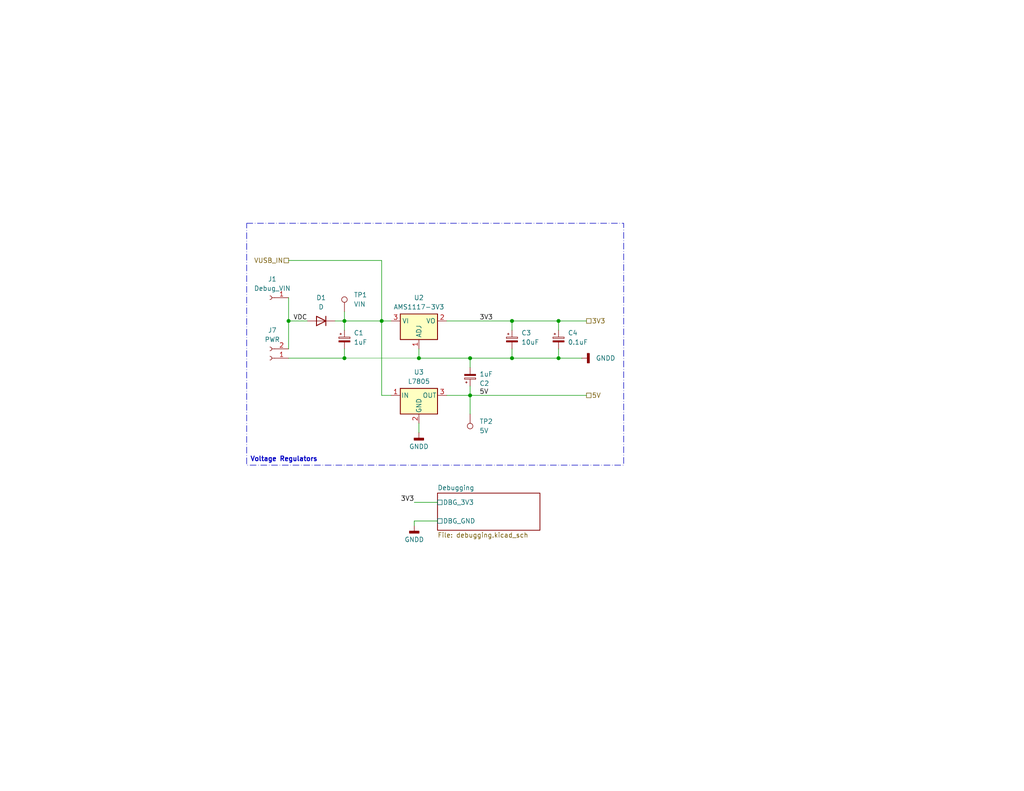
<source format=kicad_sch>
(kicad_sch (version 20231120) (generator "eeschema") (generator_version "8.0")
  (paper "USLetter")
  (title_block (title "ESP32-C3 Breadboard Adapter."))
  (lib_symbols
    (symbol "Alexander KiCad Libraries:AMS1117-3V3" (exclude_from_sim yes)
      (property "Reference" "U" (at 0 -0.254 0))
      (property "Value" "AMS1117-3V3" (at -0.508 1.778 0))
      (symbol "AMS1117-3V3_0_1"
        (rectangle (start -5.08 -8.89) (end 5.08 -1.905) (stroke (width 0.254)) (fill (type background)))
      )
      (symbol "AMS1117-3V3_1_1"
        (pin power_out line (at 0 -11.43 90) (length 2.54) (name "ADJ") (number "1"))
        (pin power_out line (at 7.62 -3.81 180) (length 2.54) (name "VO") (number "2"))
        (pin power_in line (at -7.62 -3.81 0) (length 2.54) (name "VI") (number "3"))
      )
    )
    (symbol "Connector:Conn_01x01_Socket" (pin_names (offset 1.016) hide)
      (property "Reference" "J" (at 0 2.54 0))
      (property "Value" "Conn_01x01_Socket" (at 0 -2.54 0))
      (symbol "Conn_01x01_Socket_1_1"
        (polyline (pts (xy -1.27 0) (xy -0.508 0)) (stroke (width 0.1524)))
        (arc (start 0 0.508) (mid -0.5058 0) (end 0 -0.508) (stroke (width 0.1524)))
        (pin passive line (at -5.08 0 0) (length 3.81) (name "Pin_1") (number "1"))
      )
    )
    (symbol "Connector:Conn_01x02_Socket" (pin_names (offset 1.016) hide)
      (property "Reference" "J" (at 0 2.54 0))
      (property "Value" "Conn_01x02_Socket" (at 0 -5.08 0))
      (symbol "Conn_01x02_Socket_1_1"
        (arc (start 0 -2.032) (mid -0.5058 -2.54) (end 0 -3.048) (stroke (width 0.1524)))
        (polyline (pts (xy -1.27 -2.54) (xy -0.508 -2.54)) (stroke (width 0.1524)))
        (polyline (pts (xy -1.27 0) (xy -0.508 0)) (stroke (width 0.1524)))
        (arc (start 0 0.508) (mid -0.5058 0) (end 0 -0.508) (stroke (width 0.1524)))
        (pin passive line (at -5.08 0 0) (length 3.81) (name "Pin_1") (number "1"))
        (pin passive line (at -5.08 -2.54 0) (length 3.81) (name "Pin_2") (number "2"))
      )
    )
    (symbol "Connector:TestPoint" (pin_numbers hide) (pin_names (offset 0.762) hide)
      (property "Reference" "TP" (at 0 6.858 0))
      (property "Value" "TestPoint" (at 0 5.08 0))
      (symbol "TestPoint_0_1"
        (circle (center 0 3.302) (radius 0.762))
      )
      (symbol "TestPoint_1_1"
        (pin passive line (at 0 0 90) (length 2.54) (name "1") (number "1"))
      )
    )
    (symbol "Device:C_Polarized_Small" (pin_numbers hide) (pin_names (offset 0.254) hide)
      (property "Reference" "C" (at 0.254 1.778 0))
      (property "Value" "C_Polarized_Small" (at 0.254 -2.032 0))
      (symbol "C_Polarized_Small_0_1"
        (rectangle (start -1.524 -0.3048) (end 1.524 -0.6858) (fill (type outline)))
        (rectangle (start -1.524 0.6858) (end 1.524 0.3048))
        (polyline (pts (xy -1.27 1.524) (xy -0.762 1.524)))
        (polyline (pts (xy -1.016 1.27) (xy -1.016 1.778)))
      )
      (symbol "C_Polarized_Small_1_1"
        (pin passive line (at 0 2.54 270) (length 1.8542) (name "~") (number "1"))
        (pin passive line (at 0 -2.54 90) (length 1.8542) (name "~") (number "2"))
      )
    )
    (symbol "Device:D" (pin_numbers hide) (pin_names (offset 1.016) hide)
      (property "Reference" "D" (at 0 2.54 0))
      (property "Value" "D" (at 0 -2.54 0))
      (symbol "D_0_1"
        (polyline (pts (xy -1.27 1.27) (xy -1.27 -1.27)) (stroke (width 0.254)))
        (polyline (pts (xy 1.27 0) (xy -1.27 0)))
        (polyline (pts (xy 1.27 1.27) (xy 1.27 -1.27) (xy -1.27 0) (xy 1.27 1.27)) (stroke (width 0.254)))
      )
      (symbol "D_1_1"
        (pin passive line (at -3.81 0 0) (length 2.54) (name "K") (number "1"))
        (pin passive line (at 3.81 0 180) (length 2.54) (name "A") (number "2"))
      )
    )
    (symbol "Regulator_Linear:L7805" (pin_names (offset 0.254))
      (property "Reference" "U4" (at 0 6.35 0))
      (property "Value" "L7805" (at 0 3.81 0))
      (symbol "L7805_0_1"
        (rectangle (start -5.08 1.905) (end 5.08 -5.08) (stroke (width 0.254)) (fill (type background)))
      )
      (symbol "L7805_1_1"
        (pin power_in line (at -7.62 0 0) (length 2.54) (name "IN") (number "1"))
        (pin power_in line (at 0 -7.62 90) (length 2.54) (name "GND") (number "2"))
        (pin power_out line (at 7.62 0 180) (length 2.54) (name "OUT") (number "3"))
      )
    )
    (symbol "power:GNDD" (power) (pin_numbers hide) (pin_names (offset 0) hide)
      (property "Value" "GNDD" (at 0 -3.175 0))
      (symbol "GNDD_0_1"
        (rectangle (start -1.27 -1.524) (end 1.27 -2.032) (stroke (width 0.254)) (fill (type outline)))
        (polyline (pts (xy 0 0) (xy 0 -1.524)))
      )
      (symbol "GNDD_1_1"
        (pin power_in line (at 0 0 270) (length 0) (name "~") (number "1"))
      )
    )
  )
  (junction (at 139.7 87.63))
  (junction (at 152.4 97.79))
  (junction (at 152.4 87.63))
  (junction (at 114.3 97.79))
  (junction (at 128.27 97.79))
  (junction (at 104.14 87.63))
  (junction (at 139.7 97.79))
  (junction (at 128.27 107.95))
  (junction (at 78.74 87.63))
  (junction (at 93.98 97.79))
  (junction (at 93.98 87.63))
  (wire (pts (xy 119.38 142.24) (xy 113.03 142.24)))
  (wire (pts (xy 104.14 87.63) (xy 106.68 87.63)))
  (wire (pts (xy 139.7 95.25) (xy 139.7 97.79)))
  (wire (pts (xy 139.7 87.63) (xy 152.4 87.63)))
  (wire (pts (xy 152.4 87.63) (xy 160.02 87.63)))
  (wire (pts (xy 114.3 115.57) (xy 114.3 118.11)))
  (wire (pts (xy 139.7 87.63) (xy 139.7 90.17)))
  (wire (pts (xy 114.3 95.25) (xy 114.3 97.79)))
  (wire (pts (xy 78.74 71.12) (xy 104.14 71.12)))
  (wire (pts (xy 121.92 87.63) (xy 139.7 87.63)))
  (wire (pts (xy 78.74 87.63) (xy 83.82 87.63)))
  (wire (pts (xy 93.98 85.09) (xy 93.98 87.63)))
  (wire (pts (xy 113.03 137.16) (xy 119.38 137.16)))
  (wire (pts (xy 152.4 97.79) (xy 158.75 97.79)))
  (wire (pts (xy 104.14 71.12) (xy 104.14 87.63)))
  (wire (pts (xy 139.7 97.79) (xy 152.4 97.79)))
  (wire (pts (xy 91.44 87.63) (xy 93.98 87.63)))
  (wire (pts (xy 121.92 107.95) (xy 128.27 107.95)))
  (wire (pts (xy 128.27 107.95) (xy 160.02 107.95)))
  (wire (pts (xy 113.03 142.24) (xy 113.03 143.51)))
  (wire (pts (xy 128.27 97.79) (xy 139.7 97.79)))
  (wire (pts (xy 78.74 87.63) (xy 78.74 95.25)))
  (wire (pts (xy 78.74 97.79) (xy 93.98 97.79)))
  (wire (pts (xy 104.14 87.63) (xy 104.14 107.95)))
  (wire (pts (xy 93.98 87.63) (xy 104.14 87.63)))
  (wire (pts (xy 93.98 95.25) (xy 93.98 97.79)))
  (wire (pts (xy 152.4 87.63) (xy 152.4 90.17)))
  (wire (pts (xy 128.27 97.79) (xy 128.27 100.33)))
  (wire (pts (xy 93.98 97.79) (xy 114.3 97.79)) (stroke (width 0.0254)))
  (wire (pts (xy 93.98 87.63) (xy 93.98 90.17)))
  (wire (pts (xy 128.27 107.95) (xy 128.27 113.03)))
  (wire (pts (xy 78.74 81.28) (xy 78.74 87.63)))
  (wire (pts (xy 114.3 97.79) (xy 128.27 97.79)))
  (wire (pts (xy 106.68 107.95) (xy 104.14 107.95)))
  (wire (pts (xy 128.27 105.41) (xy 128.27 107.95)))
  (wire (pts (xy 152.4 95.25) (xy 152.4 97.79)))
  (rectangle (start 67.31 60.96) (end 170.18 127) (stroke (width 0) (type dash_dot)))
  (text "Voltage Regulators" (at 77.47 124.714 0) (effects (font (size 1.27 1.27) (thickness 0.254) (bold yes)) (justify top)))
  (label "VDC" (at 80.01 87.63 0))
  (label "3V3" (at 130.81 87.63 0))
  (label "5V" (at 130.81 107.95 0))
  (label "3V3" (at 113.03 137.16 180))
  (hierarchical_label "5V" (shape passive) (at 160.02 107.95 0))
  (hierarchical_label "VUSB_IN" (shape passive) (at 78.74 71.12 180))
  (hierarchical_label "3V3" (shape passive) (at 160.02 87.63 0))
  (symbol (lib_id "Device:C_Polarized_Small") (at 128.27 102.87 0) (mirror x) (unit 1)
    (property "Reference" "C2" (at 130.81 104.6861 0) (effects (justify left)))
    (property "Value" "1uF" (at 130.81 102.1461 0) (effects (justify left)))
    (property "Footprint" "Capacitor_SMD:CP_Elec_3x5.3" (effects (hide yes)))
  )
  (symbol (lib_id "Connector:TestPoint") (at 128.27 113.03 180) (unit 1) (on_board no)
    (property "Reference" "TP2" (at 130.81 115.0619 0) (effects (justify right)))
    (property "Value" "5V" (at 130.81 117.6019 0) (effects (justify right)))
    (property "Footprint" "TestPoint:TestPoint_Pad_D1.5mm" (effects (hide yes)))
    (property "Description" "test point" (effects (hide yes)))
  )
  (symbol (lib_id "Device:C_Polarized_Small") (at 152.4 92.71 0) (unit 1)
    (property "Reference" "C4" (at 154.94 90.8938 0) (effects (justify left)))
    (property "Value" "0.1uF" (at 154.94 93.4338 0) (effects (justify left)))
    (property "Footprint" "Capacitor_SMD:CP_Elec_3x5.3" (effects (hide yes)))
  )
  (symbol (lib_id "Connector:Conn_01x02_Socket") (at 73.66 97.79 180) (unit 1)
    (property "Reference" "J7" (at 74.295 90.17 0))
    (property "Value" "PWR" (at 74.295 92.71 0))
    (property "Footprint" "Connector_PinSocket_2.54mm:PinSocket_1x02_P2.54mm_Vertical" (effects (hide yes)))
  )
  (symbol (lib_id "Regulator_Linear:L7805") (at 114.3 107.95 0) (unit 1)
    (property "Reference" "U3" (at 114.3 101.6 0))
    (property "Value" "L7805" (at 114.3 104.14 0))
    (property "Footprint" "Package_TO_SOT_SMD:TO-252-2" (effects (hide yes)))
    (property "Datasheet" "datasheets/Voltage-Regulator_L7805.pdf" (effects (hide yes)))
    (property "Description" "Voltage Regulator 1.5A Positive" (effects (hide yes)))
  )
  (symbol (lib_id "Device:D") (at 87.63 87.63 180) (unit 1)
    (property "Reference" "D1" (at 87.63 81.28 0))
    (property "Value" "D" (at 87.63 83.82 0))
    (property "Footprint" "Diode_SMD:D_1210_3225Metric" (effects (hide yes)))
    (property "Description" "Diode" (effects (hide yes)))
    (property "Sim.Device" "D" (effects (hide yes)))
    (property "Sim.Pins" "1=K 2=A" (effects (hide yes)))
  )
  (symbol (lib_id "power:GNDD") (at 158.75 97.79 90) (unit 1)
    (property "Reference" "#PWR011" (effects (hide yes)))
    (property "Value" "GNDD" (at 162.56 97.7899 90) (effects (justify right)))
    (property "Description" "Power symbol creates a global label with name \"GNDD\" , digital ground" (effects (hide yes)))
  )
  (symbol (lib_id "power:GNDD") (at 113.03 143.51 0) (unit 1)
    (property "Reference" "#PWR04" (effects (hide yes)))
    (property "Value" "GNDD" (at 113.03 147.32 0))
    (property "Description" "Power symbol creates a global label with name \"GNDD\" , digital ground" (effects (hide yes)))
  )
  (symbol (lib_id "power:GNDD") (at 114.3 118.11 0) (unit 1)
    (property "Reference" "#PWR08" (effects (hide yes)))
    (property "Value" "GNDD" (at 114.3 121.92 0))
    (property "Description" "Power symbol creates a global label with name \"GNDD\" , digital ground" (effects (hide yes)))
  )
  (symbol (lib_id "Alexander KiCad Libraries:AMS1117-3V3") (at 114.3 83.82 0) (unit 1) (exclude_from_sim yes)
    (property "Reference" "U2" (at 114.3 81.28 0))
    (property "Value" "AMS1117-3V3" (at 114.3 83.82 0))
    (property "Footprint" "Alexander Footprint Library:AMS1117 SOT-223" (effects (hide yes)))
    (property "Description" "AMS1117" (effects (hide yes)))
  )
  (symbol (lib_id "Device:C_Polarized_Small") (at 139.7 92.71 0) (unit 1)
    (property "Reference" "C3" (at 142.24 90.8938 0) (effects (justify left)))
    (property "Value" "10uF" (at 142.24 93.4338 0) (effects (justify left)))
    (property "Footprint" "Capacitor_SMD:CP_Elec_3x5.3" (effects (hide yes)))
  )
  (symbol (lib_id "Device:C_Polarized_Small") (at 93.98 92.71 0) (unit 1)
    (property "Reference" "C1" (at 96.52 90.8939 0) (effects (justify left)))
    (property "Value" "1uF" (at 96.52 93.4339 0) (effects (justify left)))
    (property "Footprint" "Capacitor_SMD:CP_Elec_3x5.3" (effects (hide yes)))
  )
  (symbol (lib_id "Connector:Conn_01x01_Socket") (at 73.66 81.28 180) (unit 1)
    (property "Reference" "J1" (at 74.295 76.2 0))
    (property "Value" "Debug_VIN" (at 74.295 78.74 0))
    (property "Footprint" "Alexander Footprint Library:Conn_Probe" (effects (hide yes)))
    (property "Description" "Generic connector, single row, 01x01, script generated" (effects (hide yes)))
  )
  (symbol (lib_id "Connector:TestPoint") (at 93.98 85.09 0) (unit 1) (on_board no)
    (property "Reference" "TP1" (at 96.52 80.5179 0) (effects (justify left)))
    (property "Value" "VIN" (at 96.52 83.0579 0) (effects (justify left)))
    (property "Footprint" "TestPoint:TestPoint_Pad_D1.5mm" (effects (hide yes)))
    (property "Description" "test point" (effects (hide yes)))
  )
  (sheet (at 119.38 134.62) (size 27.94 10.16) (stroke (width 0.1524))
    (property "Sheetname" "Debugging" (at 119.38 133.9084 0) (effects (justify left bottom)))
    (property "Sheetfile" "debugging.kicad_sch" (at 119.38 145.3646 0) (effects (justify left top)))
    (pin "DBG_GND" passive (at 119.38 142.24 180))
    (pin "DBG_3V3" passive (at 119.38 137.16 180))
  )
)
</source>
